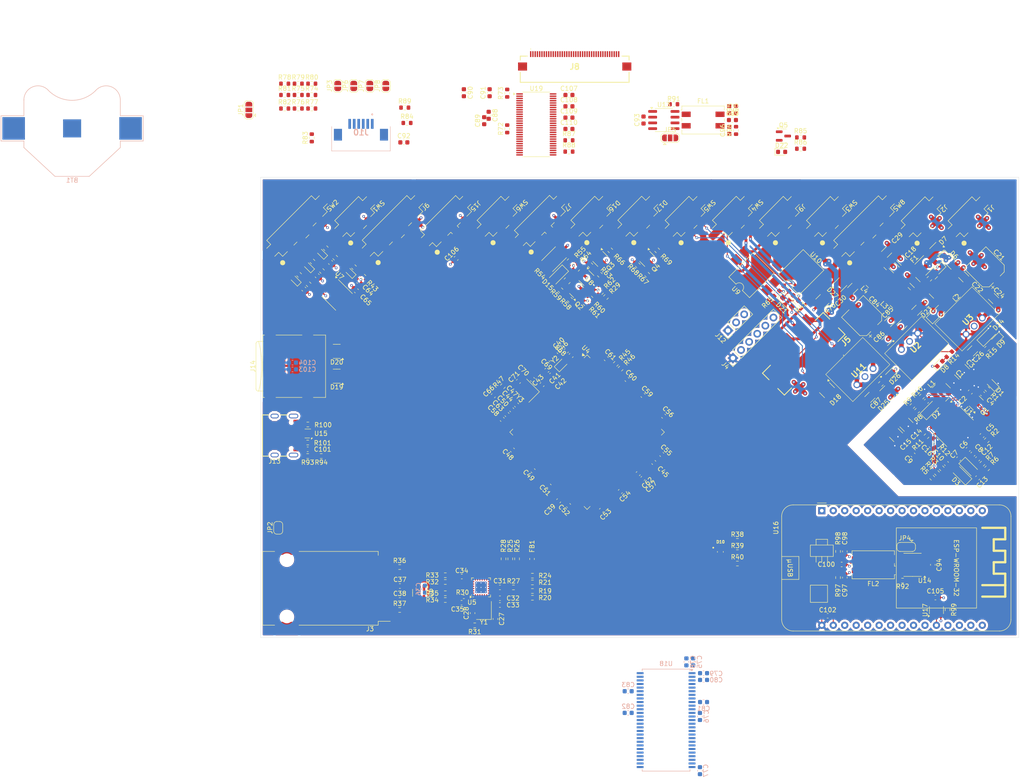
<source format=kicad_pcb>
(kicad_pcb
	(version 20241229)
	(generator "pcbnew")
	(generator_version "9.0")
	(general
		(thickness 1.6)
		(legacy_teardrops no)
	)
	(paper "A4")
	(layers
		(0 "F.Cu" signal)
		(4 "In1.Cu" power)
		(6 "In2.Cu" power)
		(2 "B.Cu" signal)
		(9 "F.Adhes" user "F.Adhesive")
		(11 "B.Adhes" user "B.Adhesive")
		(13 "F.Paste" user)
		(15 "B.Paste" user)
		(5 "F.SilkS" user "F.Silkscreen")
		(7 "B.SilkS" user "B.Silkscreen")
		(1 "F.Mask" user)
		(3 "B.Mask" user)
		(17 "Dwgs.User" user "User.Drawings")
		(19 "Cmts.User" user "User.Comments")
		(21 "Eco1.User" user "User.Eco1")
		(23 "Eco2.User" user "User.Eco2")
		(25 "Edge.Cuts" user)
		(27 "Margin" user)
		(31 "F.CrtYd" user "F.Courtyard")
		(29 "B.CrtYd" user "B.Courtyard")
		(35 "F.Fab" user)
		(33 "B.Fab" user)
		(39 "User.1" user)
		(41 "User.2" user)
		(43 "User.3" user)
		(45 "User.4" user)
		(47 "User.5" user)
		(49 "User.6" user)
		(51 "User.7" user)
		(53 "User.8" user)
		(55 "User.9" user)
	)
	(setup
		(stackup
			(layer "F.SilkS"
				(type "Top Silk Screen")
			)
			(layer "F.Paste"
				(type "Top Solder Paste")
			)
			(layer "F.Mask"
				(type "Top Solder Mask")
				(thickness 0.01)
			)
			(layer "F.Cu"
				(type "copper")
				(thickness 0.035)
			)
			(layer "dielectric 1"
				(type "prepreg")
				(thickness 0.1)
				(material "FR4")
				(epsilon_r 4.5)
				(loss_tangent 0.02)
			)
			(layer "In1.Cu"
				(type "copper")
				(thickness 0.035)
			)
			(layer "dielectric 2"
				(type "core")
				(thickness 1.24)
				(material "FR4")
				(epsilon_r 4.5)
				(loss_tangent 0.02)
			)
			(layer "In2.Cu"
				(type "copper")
				(thickness 0.035)
			)
			(layer "dielectric 3"
				(type "prepreg")
				(thickness 0.1)
				(material "FR4")
				(epsilon_r 4.5)
				(loss_tangent 0.02)
			)
			(layer "B.Cu"
				(type "copper")
				(thickness 0.035)
			)
			(layer "B.Mask"
				(type "Bottom Solder Mask")
				(thickness 0.01)
			)
			(layer "B.Paste"
				(type "Bottom Solder Paste")
			)
			(layer "B.SilkS"
				(type "Bottom Silk Screen")
			)
			(copper_finish "None")
			(dielectric_constraints no)
		)
		(pad_to_mask_clearance 0)
		(allow_soldermask_bridges_in_footprints no)
		(tenting front back)
		(pcbplotparams
			(layerselection 0x00000000_00000000_55555555_5755f5ff)
			(plot_on_all_layers_selection 0x00000000_00000000_00000000_00000000)
			(disableapertmacros no)
			(usegerberextensions no)
			(usegerberattributes yes)
			(usegerberadvancedattributes yes)
			(creategerberjobfile yes)
			(dashed_line_dash_ratio 12.000000)
			(dashed_line_gap_ratio 3.000000)
			(svgprecision 4)
			(plotframeref no)
			(mode 1)
			(useauxorigin no)
			(hpglpennumber 1)
			(hpglpenspeed 20)
			(hpglpendiameter 15.000000)
			(pdf_front_fp_property_popups yes)
			(pdf_back_fp_property_popups yes)
			(pdf_metadata yes)
			(pdf_single_document no)
			(dxfpolygonmode yes)
			(dxfimperialunits yes)
			(dxfusepcbnewfont yes)
			(psnegative no)
			(psa4output no)
			(plot_black_and_white yes)
			(sketchpadsonfab no)
			(plotpadnumbers no)
			(hidednponfab no)
			(sketchdnponfab yes)
			(crossoutdnponfab yes)
			(subtractmaskfromsilk no)
			(outputformat 1)
			(mirror no)
			(drillshape 1)
			(scaleselection 1)
			(outputdirectory "")
		)
	)
	(net 0 "")
	(net 1 "+3V3_FER")
	(net 2 "Earth")
	(net 3 "/Ethernet/LED_G")
	(net 4 "/Ethernet/LED_Y")
	(net 5 "GND")
	(net 6 "+3V3")
	(net 7 "+5V")
	(net 8 "/Power/3V3_Display")
	(net 9 "Net-(C5-Pad2)")
	(net 10 "Net-(U1-COMP)")
	(net 11 "Net-(U1-C1+)")
	(net 12 "Net-(U1-C1-)")
	(net 13 "Net-(U1-C2+)")
	(net 14 "Net-(U1-C2-)")
	(net 15 "Net-(U1-DRV)")
	(net 16 "Net-(U1-FB1)")
	(net 17 "Net-(U1-REF)")
	(net 18 "Net-(U1-VCOMIN)")
	(net 19 "+24V")
	(net 20 "Net-(U3-VI)")
	(net 21 "Net-(U2-VI)")
	(net 22 "/Peripherals/V_{ref2}")
	(net 23 "Net-(D1-A)")
	(net 24 "Net-(D15-K)")
	(net 25 "/IEC_Charging_Circuit/CP")
	(net 26 "/IEC_Charging_Circuit/PP")
	(net 27 "/Core/EV_Start_Charging")
	(net 28 "/Display/LCD_VGL")
	(net 29 "Net-(Q1-B)")
	(net 30 "Net-(Q2-G)")
	(net 31 "Net-(U1-FB3)")
	(net 32 "Net-(U1-FB2)")
	(net 33 "/IEC_Charging_Circuit/PWM_SENSE")
	(net 34 "/Core/Charging_Point_PWM")
	(net 35 "/Core/~{IMD_Error_LED}")
	(net 36 "/SDRAM/D9")
	(net 37 "/SDRAM/A11")
	(net 38 "/Core/~{AMS_Error_LED}")
	(net 39 "/SDRAM/D0")
	(net 40 "unconnected-(U4B-PC13-Pad8)")
	(net 41 "unconnected-(U4B-PD4-Pad146)")
	(net 42 "/Core/PCAP_RST")
	(net 43 "/Display/B5")
	(net 44 "unconnected-(U4B-PI8-Pad7)")
	(net 45 "/SDRAM/D14")
	(net 46 "/SDRAM/D2")
	(net 47 "/SDRAM/D4")
	(net 48 "/Core/OSC_in")
	(net 49 "/Core/SWCLK")
	(net 50 "unconnected-(U4B-PG3-Pad107)")
	(net 51 "/Display/R2")
	(net 52 "/SDRAM/A3")
	(net 53 "/SDRAM/D13")
	(net 54 "/Core/LCD_Reset")
	(net 55 "/Display/R0")
	(net 56 "/SDRAM/A2")
	(net 57 "/Display/R7")
	(net 58 "/Display/B4")
	(net 59 "/Core/AMS_Reset_in")
	(net 60 "/Core/AMS_Reset_out")
	(net 61 "/Core/SDC_out")
	(net 62 "/SDRAM/A0")
	(net 63 "unconnected-(U4B-PF8-Pad26)")
	(net 64 "/SDRAM/SDNE0")
	(net 65 "/Core/SWDIO")
	(net 66 "/SDRAM/A10")
	(net 67 "unconnected-(U4B-PC10-Pad139)")
	(net 68 "/Display/G0")
	(net 69 "/SDRAM/BA0")
	(net 70 "/Ethernet/RMII_TX_EN")
	(net 71 "/Core/NRST")
	(net 72 "/SDRAM/D12")
	(net 73 "/SDRAM/NBL0")
	(net 74 "/Display/B0")
	(net 75 "/Core/RMII_nRST")
	(net 76 "/Display/G2")
	(net 77 "/Display/R1")
	(net 78 "unconnected-(U4B-PI9-Pad11)")
	(net 79 "/SDRAM/SDNWE")
	(net 80 "/Ethernet/RMII_RXD1")
	(net 81 "/SDRAM/A9")
	(net 82 "/SDRAM/D11")
	(net 83 "unconnected-(U4B-PI6-Pad175)")
	(net 84 "/Display/DE")
	(net 85 "/Display/G3")
	(net 86 "/Display/CLK")
	(net 87 "/Peripherals/USART_RX")
	(net 88 "unconnected-(U4B-PB5-Pad163)")
	(net 89 "unconnected-(U4B-PI3-Pad134)")
	(net 90 "/Peripherals/USB_OTG_VBUS")
	(net 91 "/SDRAM/A4")
	(net 92 "/Display/B3")
	(net 93 "/Peripherals/SDMMC_D0")
	(net 94 "/SDRAM/D15")
	(net 95 "/SDRAM/D3")
	(net 96 "/Display/G4")
	(net 97 "/SDRAM/A7")
	(net 98 "/SDRAM/A12")
	(net 99 "Net-(U4F-BOOT0)")
	(net 100 "unconnected-(U4B-PD7-Pad151)")
	(net 101 "/Display/G7")
	(net 102 "/Core/LED_B")
	(net 103 "/Ethernet/RMII_MDIO")
	(net 104 "/Display/G1")
	(net 105 "/Display/R6")
	(net 106 "/SDRAM/D6")
	(net 107 "/SDRAM/A1")
	(net 108 "/SDRAM/D8")
	(net 109 "/Display/B6")
	(net 110 "/Display/R4")
	(net 111 "/Core/OSC_out")
	(net 112 "unconnected-(U4B-PA15-Pad138)")
	(net 113 "/SDRAM/A5")
	(net 114 "/Display/G6")
	(net 115 "/Peripherals/ESP_RX")
	(net 116 "unconnected-(U4B-PF9-Pad27)")
	(net 117 "/Display/G5")
	(net 118 "/Core/LED_G")
	(net 119 "/Display/R5")
	(net 120 "unconnected-(U4B-PE2-Pad1)")
	(net 121 "/Ethernet/RMII_TXD1")
	(net 122 "/SDRAM/D5")
	(net 123 "/Peripherals/SDMMC_CMD")
	(net 124 "/SDRAM/D1")
	(net 125 "Net-(U4A-VREF+)")
	(net 126 "/Display/B1")
	(net 127 "/Display/B7")
	(net 128 "unconnected-(U4B-PD11-Pad99)")
	(net 129 "/Ethernet/RMII_MDC")
	(net 130 "unconnected-(U4B-PE3-Pad2)")
	(net 131 "/Core/OSC32_in")
	(net 132 "/SDRAM/SDCLK")
	(net 133 "/Peripherals/USART_TX")
	(net 134 "unconnected-(U4B-PA10-Pad121)")
	(net 135 "/Core/LED_R")
	(net 136 "/SDRAM/SDCKE0")
	(net 137 "/Ethernet/RMII_RXD0")
	(net 138 "unconnected-(U4B-PC11-Pad140)")
	(net 139 "/Ethernet/RMII_CRS_DV")
	(net 140 "/Core/TRACESWO")
	(net 141 "/Display/HSYNC")
	(net 142 "/Ethernet/RMII_TXD0")
	(net 143 "/SDRAM/D10")
	(net 144 "/SDRAM/SDNCAS")
	(net 145 "/Display/R3")
	(net 146 "/Core/OSC32_out")
	(net 147 "/Display/VSYNC")
	(net 148 "/SDRAM/D7")
	(net 149 "unconnected-(U4B-PG9-Pad152)")
	(net 150 "/SDRAM/BA1")
	(net 151 "/SDRAM/SDNRAS")
	(net 152 "/SDRAM/A6")
	(net 153 "/SDRAM/NBL1")
	(net 154 "/Display/B2")
	(net 155 "/Ethernet/RMII_REF_CLK")
	(net 156 "/SDRAM/A8")
	(net 157 "unconnected-(U4B-PB2-Pad58)")
	(net 158 "/Ethernet/XTAL2")
	(net 159 "/Ethernet/XTAL1")
	(net 160 "/Peripherals/ESP_TX")
	(net 161 "/Peripherals/STM_CAN_TX")
	(net 162 "/Peripherals/STM_CAN_RX")
	(net 163 "/Peripherals/SDMMC_CK")
	(net 164 "/Peripherals/ESP_CAN_RX")
	(net 165 "/SDC_and_SCS/RSD_in")
	(net 166 "/SDC_and_SCS/RSD_out")
	(net 167 "/Core/CANH")
	(net 168 "/Core/CANL")
	(net 169 "/Peripherals/ESP_CAN_TX")
	(net 170 "/Display/LCD_VGH")
	(net 171 "Net-(D5-A)")
	(net 172 "Net-(D9-A)")
	(net 173 "/Core/SDC_in")
	(net 174 "Net-(Q3-G)")
	(net 175 "Net-(Q4-G)")
	(net 176 "/Core/SDC_enable")
	(net 177 "/Display/I2C_SDA")
	(net 178 "/Display/I2C_SCL")
	(net 179 "/Display/LCD_SELB")
	(net 180 "VDD")
	(net 181 "/Display/LCD_STBYB")
	(net 182 "Net-(J1-Pin_1)")
	(net 183 "/Display/LCD_U{slash}D")
	(net 184 "/Display/LCD_L{slash}R")
	(net 185 "/Display/RXIN0-")
	(net 186 "/Display/RXCLKIN+")
	(net 187 "/Display/RXIN0+")
	(net 188 "/Display/RXIN2-")
	(net 189 "/Display/RXIN1-")
	(net 190 "/Display/RXIN2+")
	(net 191 "/Display/RXIN3+")
	(net 192 "/Display/RXIN3-")
	(net 193 "/Display/RXIN1+")
	(net 194 "/Display/RXCLKIN-")
	(net 195 "Net-(J2-Pin_1)")
	(net 196 "Net-(U4F-PDR_ON)")
	(net 197 "/Peripherals/SDMMC_D1")
	(net 198 "/Peripherals/SDMMC_D2")
	(net 199 "/Peripherals/SDMMC_D3")
	(net 200 "/Core/SDC_Voltage")
	(net 201 "/Core/TSAL_Green")
	(net 202 "/Core/TS_on")
	(net 203 "/Peripherals/USB_OTG_DP")
	(net 204 "/Peripherals/USB_OTG_DN")
	(net 205 "/Peripherals/D-")
	(net 206 "/Peripherals/D+")
	(net 207 "/Core/PCAP_Int")
	(net 208 "/Display/LCD_VDD")
	(net 209 "/Core/Encoder_push")
	(net 210 "/Core/Encoder_A")
	(net 211 "/Core/Encoder_B")
	(net 212 "/Ethernet/RXN")
	(net 213 "/Ethernet/TXN")
	(net 214 "/Ethernet/RXP")
	(net 215 "/Ethernet/TXP")
	(net 216 "/Core/SDC_on")
	(net 217 "/Core/EncB_on")
	(net 218 "/Core/EncPush_on")
	(net 219 "/Core/EncA_on")
	(net 220 "Net-(D16-A)")
	(net 221 "Net-(D16-K)")
	(net 222 "Net-(D17-K)")
	(net 223 "Net-(D17-A)")
	(net 224 "/Display/LCD_AVDD")
	(net 225 "/Display/VCOM")
	(net 226 "Net-(D7-K)")
	(net 227 "unconnected-(U4B-PH9-Pad86)")
	(net 228 "unconnected-(U4B-PH6-Pad83)")
	(net 229 "unconnected-(U4B-PH7-Pad84)")
	(net 230 "Net-(D3-A)")
	(net 231 "Net-(J13-CC2)")
	(net 232 "Net-(U5-VDDCR)")
	(net 233 "Net-(C39-Pad1)")
	(net 234 "Net-(C45-Pad1)")
	(net 235 "Net-(D11-K)")
	(net 236 "Net-(D12-K)")
	(net 237 "Net-(D13-K)")
	(net 238 "Net-(D14-K)")
	(net 239 "Net-(U15-VBUS)")
	(net 240 "Net-(D2-A)")
	(net 241 "Net-(D8-A)")
	(net 242 "Net-(D10-BK)")
	(net 243 "Net-(D10-GK)")
	(net 244 "Net-(D10-RK)")
	(net 245 "Net-(D11-A)")
	(net 246 "Net-(U13-CANH)")
	(net 247 "Net-(U13-CANL)")
	(net 248 "Net-(U14-CANH)")
	(net 249 "Net-(U14-CANL)")
	(net 250 "Net-(J3-Pad11)")
	(net 251 "Net-(J3-Pad2)")
	(net 252 "unconnected-(J3-NC-Pad9)")
	(net 253 "Net-(J5-Pin_2)")
	(net 254 "Net-(J13-CC1)")
	(net 255 "unconnected-(J13-SBU2-PadB8)")
	(net 256 "unconnected-(J13-SBU1-PadA8)")
	(net 257 "Net-(Q2-D)")
	(net 258 "Net-(R29-Pad1)")
	(net 259 "Net-(J15-Pin_2)")
	(net 260 "Net-(JP4-C)")
	(net 261 "Net-(JP5-C)")
	(net 262 "Net-(R3-Pad2)")
	(net 263 "Net-(R8-Pad2)")
	(net 264 "/Peripherals/V_{ref1}")
	(net 265 "Net-(U5-RXD0{slash}MODE0)")
	(net 266 "Net-(U5-RXD1{slash}MODE1)")
	(net 267 "Net-(U5-CRS_DV{slash}MODE2)")
	(net 268 "Net-(U5-~{INT}{slash}REFCLKO)")
	(net 269 "Net-(U5-RXER{slash}PHYAD0)")
	(net 270 "Net-(U5-RBIAS)")
	(net 271 "Net-(U8--)")
	(net 272 "Net-(R65-Pad1)")
	(net 273 "Net-(R70-Pad2)")
	(net 274 "V_{In}")
	(net 275 "Net-(R75-Pad2)")
	(net 276 "Net-(U13-Rs)")
	(net 277 "Net-(U14-Rs)")
	(net 278 "Net-(U16-D21)")
	(net 279 "unconnected-(U7-Pad12)")
	(net 280 "unconnected-(U7-Pad10)")
	(net 281 "unconnected-(U9-Pad3)")
	(net 282 "unconnected-(U10-Pad3)")
	(net 283 "unconnected-(U10-Pad5)")
	(net 284 "unconnected-(U16-D26-Pad7)")
	(net 285 "unconnected-(U16-D2-Pad27)")
	(net 286 "unconnected-(U16-VIN-Pad1)")
	(net 287 "unconnected-(U16-D34-Pad12)")
	(net 288 "unconnected-(U16-D39{slash}VN-Pad13)")
	(net 289 "unconnected-(U16-D19-Pad21)")
	(net 290 "unconnected-(U16-D36{slash}VP-Pad14)")
	(net 291 "unconnected-(U16-TX0{slash}D1-Pad18)")
	(net 292 "unconnected-(U16-D14-Pad5)")
	(net 293 "unconnected-(U16-D25-Pad8)")
	(net 294 "unconnected-(U16-D15-Pad28)")
	(net 295 "unconnected-(U16-D13-Pad3)")
	(net 296 "unconnected-(U16-D23-Pad16)")
	(net 297 "unconnected-(U16-D27-Pad6)")
	(net 298 "unconnected-(U16-EN-Pad15)")
	(net 299 "unconnected-(U16-D33-Pad9)")
	(net 300 "unconnected-(U16-D22-Pad17)")
	(net 301 "unconnected-(U16-D35-Pad11)")
	(net 302 "unconnected-(U16-D18-Pad22)")
	(net 303 "unconnected-(U16-D12-Pad4)")
	(net 304 "unconnected-(U16-D32-Pad10)")
	(net 305 "unconnected-(U16-RX0{slash}D3-Pad19)")
	(net 306 "unconnected-(U17-NC-Pad1)")
	(net 307 "Net-(BT1-+)")
	(net 308 "VBAT")
	(net 309 "Net-(D22-A)")
	(net 310 "Net-(Q5-G)")
	(net 311 "unconnected-(U18-NC-Pad40)")
	(net 312 "unconnected-(U18-NC-Pad36)")
	(net 313 "Net-(U11-VI)")
	(net 314 "Net-(D25-K)")
	(net 315 "Net-(D26-A)")
	(net 316 "+12V")
	(net 317 "unconnected-(J8-Pin_37-Pad37)")
	(net 318 "unconnected-(J8-Pin_23-Pad23)")
	(net 319 "unconnected-(J8-Pin_26-Pad26)")
	(net 320 "Net-(J8-Pin_35)")
	(net 321 "unconnected-(J8-Pin_27-Pad27)")
	(net 322 "unconnected-(J8-Pin_24-Pad24)")
	(net 323 "Net-(J8-Pin_38)")
	(net 324 "unconnected-(J8-Pin_4-Pad4)")
	(net 325 "Net-(J8-Pin_29)")
	(net 326 "Net-(J8-Pin_1)")
	(net 327 "unconnected-(J8-Pin_36-Pad36)")
	(net 328 "Net-(U19-CLKSEL)")
	(net 329 "Net-(U19-~{SHTDN})")
	(net 330 "Net-(R76-Pad2)")
	(footprint "Capacitor_SMD:C_1206_3216Metric" (layer "F.Cu") (at 211.65 68.997055 -45))
	(footprint "Capacitor_SMD:C_0603_1608Metric" (layer "F.Cu") (at 211.199138 91.659104 45))
	(footprint "Package_SO:SOIC-8_3.9x4.9mm_P1.27mm" (layer "F.Cu") (at 208.1 127.9 180))
	(footprint "Resistor_SMD:R_0603_1608Metric" (layer "F.Cu") (at 120.485 126.575 90))
	(footprint "Capacitor_SMD:C_0603_1608Metric" (layer "F.Cu") (at 108.7 23.3 -90))
	(footprint "Capacitor_SMD:C_1206_3216Metric" (layer "F.Cu") (at 226.05 68.897055 -45))
	(footprint "Capacitor_SMD:C_0603_1608Metric" (layer "F.Cu") (at 84.9 67.197055 135))
	(footprint "Resistor_SMD:R_0603_1608Metric" (layer "F.Cu") (at 75 26.8))
	(footprint "Package_TO_SOT_SMD:SOT-23" (layer "F.Cu") (at 179.5 32.895))
	(footprint "Jumper:SolderJumper-2_P1.3mm_Open_RoundedPad1.0x1.5mm" (layer "F.Cu") (at 84.3 21.8 90))
	(footprint "Capacitor_SMD:C_0603_1608Metric" (layer "F.Cu") (at 212.270709 101.512049 -45))
	(footprint "Charger:ESP32-WROOM-32-DevKit-30Pin" (layer "F.Cu") (at 188 115.89 -90))
	(footprint "LED_SMD:LED_0603_1608Metric" (layer "F.Cu") (at 179.1 36.41))
	(footprint "Inductor_SMD:L_Wuerth_WE-PD2-Typ-MS" (layer "F.Cu") (at 205.4 68.697055 -45))
	(footprint "Package_TO_SOT_SMD:SOT-23-3" (layer "F.Cu") (at 149.328751 60.125806 -45))
	(footprint "Resistor_SMD:R_0603_1608Metric" (layer "F.Cu") (at 104.585 131.7 180))
	(footprint "Package_DIP:SMDIP-6_W9.53mm" (layer "F.Cu") (at 172.428751 63.675806 135))
	(footprint "FaSTTUBe_connectors:Micro_Mate-N-Lok_2p_vertical" (layer "F.Cu") (at 220.4 50.8 -135))
	(footprint "Resistor_SMD:R_0603_1608Metric" (layer "F.Cu") (at 169 27.05 90))
	(footprint "Resistor_SMD:R_0603_1608Metric" (layer "F.Cu") (at 74.125 96.8 180))
	(footprint "Diode_SMD:D_SOD-123" (layer "F.Cu") (at 216.2 60.547055 -45))
	(footprint "Jumper:SolderJumper-2_P1.3mm_Open_RoundedPad1.0x1.5mm" (layer "F.Cu") (at 80.75 21.8 90))
	(footprint "Package_SO:TSSOP-56_6.1x14mm_P0.5mm" (layer "F.Cu") (at 124.75 30.32))
	(footprint "Inductor_SMD:L_0603_1608Metric" (layer "F.Cu") (at 123.8 126.6 -90))
	(footprint "Resistor_SMD:R_0603_1608Metric" (layer "F.Cu") (at 74.1 103.8))
	(footprint "Inductor_SMD:L_Wuerth_WE-PD2-Typ-MS" (layer "F.Cu") (at 215.35 66.297055 45))
	(footprint "LED_SMD:LED_0603_1608Metric" (layer "F.Cu") (at 213.956847 62.390208 -135))
	(footprint "Capacitor_SMD:CP_Elec_6.3x7.7" (layer "F.Cu") (at 224.35 62.247055 135))
	(footprint "Capacitor_SMD:C_0603_1608Metric" (layer "F.Cu") (at 193.1 124.925 90))
	(footprint "LED_SMD:LED_0603_1608Metric" (layer "F.Cu") (at 225.720709 87.912049 135))
	(footprint "Resistor_SMD:R_0603_1608Metric" (layer "F.Cu") (at 94.475 128.4))
	(footprint "Resistor_SMD:R_0603_1608Metric" (layer "F.Cu") (at 138.828751 63.625806 -45))
	(footprint "Capacitor_SMD:C_1210_3225Metric" (layer "F.Cu") (at 219.249138 84.959104 -45))
	(footprint "Resistor_SMD:R_0603_1608Metric"
		(layer "F.Cu")
		(uuid "2424edff-e9ea-4c23-b0ee-f420a8e74dc0")
		(at 224.63076 106.5221 45)
		(descr "Resistor SMD 0603 (1608 Metric), square (rectangular) end terminal, IPC_7351 nominal, (Body size source: IPC-SM-782 page 72, https://www.pcb-3d.com/wordpress/wp-content/uploads/ipc-sm-782a_amendment_1_and_2.pdf), generated with kicad-footprint-generator")
		(tags "resistor")
		(property "Reference" "R6"
			(at 2.381978 -0.01802 45)
			(layer "F.SilkS")
			(uuid "ed368428-deea-428d-af00-3b366c470565")
			(effects
				(font
					(size 1 1)
					(thickness 0.15)
				)
			)
		)
		(property "Value" "500k"
			(at 0 1.43 45)
			(layer "F.Fab")
			(uuid "0595441f-5d44-46eb-b47b-fa9adc421227")
			(effects
				(font
					(
... [2595073 chars truncated]
</source>
